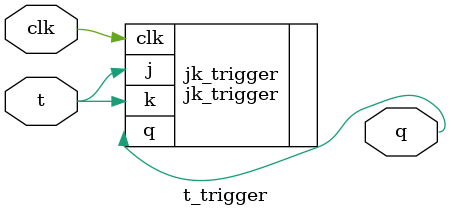
<source format=v>
module t_trigger (              // t-trigger на базе JK
    input wire clk,            
    input wire t,               //t - toggle (переключатель)
    output wire q);

    jk_trigger jk_trigger (     // модуль jk-trigger
        .clk(clk),
        .j(t),
        .k(t),
        .q(q));
endmodule


</source>
